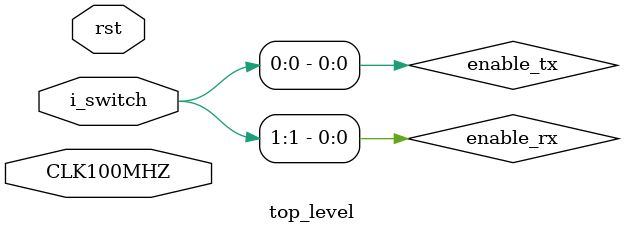
<source format=v>
`define SEED 0
`timescale 1ns / 1ps


module top_level(
                rst,
                CLK100MHZ,
                i_switch
                );
                
                
    // Ports
    input       rst;
    input       CLK100MHZ;
    input [1:0] i_switch;
    
    parameter SEED   = `SEED;
    
    wire        o_prbs;
    wire [7:0]  o_tx;
    wire        reset;
    wire        enable_tx;
    wire        enable_rx;
    reg         enable;
    reg [1:0]   clk_count;

    
    
    assign reset    = ~rst;
    assign enable_tx = i_switch[0];
    assign enable_rx = i_switch[1];
    
    always@(posedge CLK100MHZ)
    begin
    if(reset)begin
        clk_count = 0;
        enable = 0;
    end
    else begin
        clk_count <= clk_count + 1;
        if (clk_count==0)begin
            enable = 1;
        end
        else begin
            enable = 0;
        end
    end
    end
    
        
     prbs9
         #(
         .SEED (SEED)
         )
     prbs_r(
         .clk (CLK100MHZ),
         .enable(enable),
         .rst (reset),
         .o_bit (o_prbs)
         );
     tx
         #(
         )
     tx_r(
         .clk (CLK100MHZ),
         .rst (reset),
         .enable (enable_tx),
         .i_tx (o_prbs),
         .o_tx (o_tx)
    );
    
endmodule

</source>
